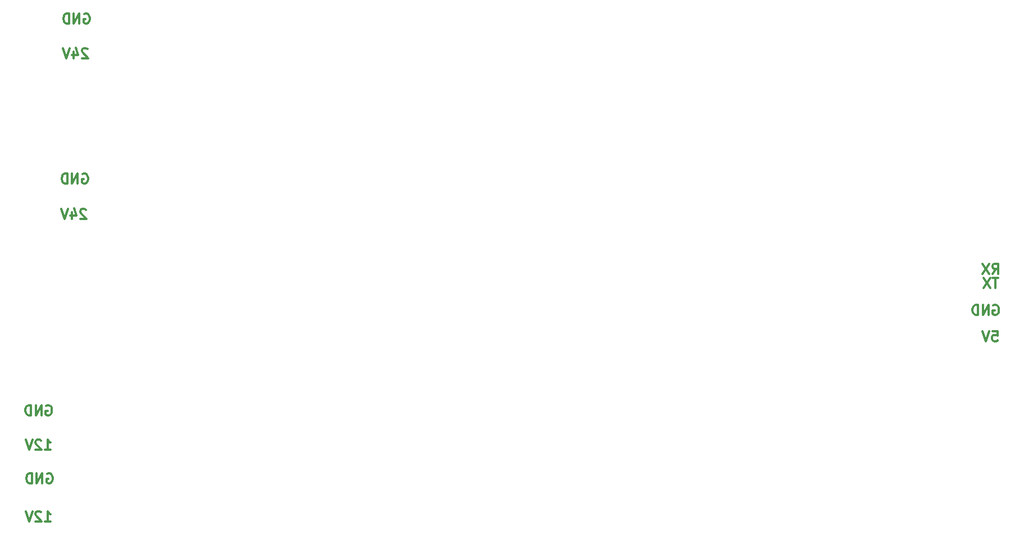
<source format=gbr>
G04 #@! TF.GenerationSoftware,KiCad,Pcbnew,(5.0.0)*
G04 #@! TF.CreationDate,2019-02-09T12:54:46-06:00*
G04 #@! TF.ProjectId,ArmPowerBoardV3,41726D506F776572426F61726456332E,rev?*
G04 #@! TF.SameCoordinates,Original*
G04 #@! TF.FileFunction,Legend,Bot*
G04 #@! TF.FilePolarity,Positive*
%FSLAX46Y46*%
G04 Gerber Fmt 4.6, Leading zero omitted, Abs format (unit mm)*
G04 Created by KiCad (PCBNEW (5.0.0)) date 02/09/19 12:54:46*
%MOMM*%
%LPD*%
G01*
G04 APERTURE LIST*
%ADD10C,0.300000*%
G04 APERTURE END LIST*
D10*
X30995714Y-48597428D02*
X30924285Y-48526000D01*
X30781428Y-48454571D01*
X30424285Y-48454571D01*
X30281428Y-48526000D01*
X30210000Y-48597428D01*
X30138571Y-48740285D01*
X30138571Y-48883142D01*
X30210000Y-49097428D01*
X31067142Y-49954571D01*
X30138571Y-49954571D01*
X28852857Y-48954571D02*
X28852857Y-49954571D01*
X29210000Y-48383142D02*
X29567142Y-49454571D01*
X28638571Y-49454571D01*
X28281428Y-48454571D02*
X27781428Y-49954571D01*
X27281428Y-48454571D01*
X30479857Y-43319000D02*
X30622714Y-43247571D01*
X30837000Y-43247571D01*
X31051285Y-43319000D01*
X31194142Y-43461857D01*
X31265571Y-43604714D01*
X31337000Y-43890428D01*
X31337000Y-44104714D01*
X31265571Y-44390428D01*
X31194142Y-44533285D01*
X31051285Y-44676142D01*
X30837000Y-44747571D01*
X30694142Y-44747571D01*
X30479857Y-44676142D01*
X30408428Y-44604714D01*
X30408428Y-44104714D01*
X30694142Y-44104714D01*
X29765571Y-44747571D02*
X29765571Y-43247571D01*
X28908428Y-44747571D01*
X28908428Y-43247571D01*
X28194142Y-44747571D02*
X28194142Y-43247571D01*
X27837000Y-43247571D01*
X27622714Y-43319000D01*
X27479857Y-43461857D01*
X27408428Y-43604714D01*
X27337000Y-43890428D01*
X27337000Y-44104714D01*
X27408428Y-44390428D01*
X27479857Y-44533285D01*
X27622714Y-44676142D01*
X27837000Y-44747571D01*
X28194142Y-44747571D01*
X30225857Y-67449000D02*
X30368714Y-67377571D01*
X30583000Y-67377571D01*
X30797285Y-67449000D01*
X30940142Y-67591857D01*
X31011571Y-67734714D01*
X31083000Y-68020428D01*
X31083000Y-68234714D01*
X31011571Y-68520428D01*
X30940142Y-68663285D01*
X30797285Y-68806142D01*
X30583000Y-68877571D01*
X30440142Y-68877571D01*
X30225857Y-68806142D01*
X30154428Y-68734714D01*
X30154428Y-68234714D01*
X30440142Y-68234714D01*
X29511571Y-68877571D02*
X29511571Y-67377571D01*
X28654428Y-68877571D01*
X28654428Y-67377571D01*
X27940142Y-68877571D02*
X27940142Y-67377571D01*
X27583000Y-67377571D01*
X27368714Y-67449000D01*
X27225857Y-67591857D01*
X27154428Y-67734714D01*
X27083000Y-68020428D01*
X27083000Y-68234714D01*
X27154428Y-68520428D01*
X27225857Y-68663285D01*
X27368714Y-68806142D01*
X27583000Y-68877571D01*
X27940142Y-68877571D01*
X30741714Y-72854428D02*
X30670285Y-72783000D01*
X30527428Y-72711571D01*
X30170285Y-72711571D01*
X30027428Y-72783000D01*
X29956000Y-72854428D01*
X29884571Y-72997285D01*
X29884571Y-73140142D01*
X29956000Y-73354428D01*
X30813142Y-74211571D01*
X29884571Y-74211571D01*
X28598857Y-73211571D02*
X28598857Y-74211571D01*
X28956000Y-72640142D02*
X29313142Y-73711571D01*
X28384571Y-73711571D01*
X28027428Y-72711571D02*
X27527428Y-74211571D01*
X27027428Y-72711571D01*
X24550571Y-119804571D02*
X25407714Y-119804571D01*
X24979142Y-119804571D02*
X24979142Y-118304571D01*
X25122000Y-118518857D01*
X25264857Y-118661714D01*
X25407714Y-118733142D01*
X23979142Y-118447428D02*
X23907714Y-118376000D01*
X23764857Y-118304571D01*
X23407714Y-118304571D01*
X23264857Y-118376000D01*
X23193428Y-118447428D01*
X23122000Y-118590285D01*
X23122000Y-118733142D01*
X23193428Y-118947428D01*
X24050571Y-119804571D01*
X23122000Y-119804571D01*
X22693428Y-118304571D02*
X22193428Y-119804571D01*
X21693428Y-118304571D01*
X24550571Y-109009571D02*
X25407714Y-109009571D01*
X24979142Y-109009571D02*
X24979142Y-107509571D01*
X25122000Y-107723857D01*
X25264857Y-107866714D01*
X25407714Y-107938142D01*
X23979142Y-107652428D02*
X23907714Y-107581000D01*
X23764857Y-107509571D01*
X23407714Y-107509571D01*
X23264857Y-107581000D01*
X23193428Y-107652428D01*
X23122000Y-107795285D01*
X23122000Y-107938142D01*
X23193428Y-108152428D01*
X24050571Y-109009571D01*
X23122000Y-109009571D01*
X22693428Y-107509571D02*
X22193428Y-109009571D01*
X21693428Y-107509571D01*
X24891857Y-112661000D02*
X25034714Y-112589571D01*
X25249000Y-112589571D01*
X25463285Y-112661000D01*
X25606142Y-112803857D01*
X25677571Y-112946714D01*
X25749000Y-113232428D01*
X25749000Y-113446714D01*
X25677571Y-113732428D01*
X25606142Y-113875285D01*
X25463285Y-114018142D01*
X25249000Y-114089571D01*
X25106142Y-114089571D01*
X24891857Y-114018142D01*
X24820428Y-113946714D01*
X24820428Y-113446714D01*
X25106142Y-113446714D01*
X24177571Y-114089571D02*
X24177571Y-112589571D01*
X23320428Y-114089571D01*
X23320428Y-112589571D01*
X22606142Y-114089571D02*
X22606142Y-112589571D01*
X22249000Y-112589571D01*
X22034714Y-112661000D01*
X21891857Y-112803857D01*
X21820428Y-112946714D01*
X21749000Y-113232428D01*
X21749000Y-113446714D01*
X21820428Y-113732428D01*
X21891857Y-113875285D01*
X22034714Y-114018142D01*
X22249000Y-114089571D01*
X22606142Y-114089571D01*
X24764857Y-102374000D02*
X24907714Y-102302571D01*
X25122000Y-102302571D01*
X25336285Y-102374000D01*
X25479142Y-102516857D01*
X25550571Y-102659714D01*
X25622000Y-102945428D01*
X25622000Y-103159714D01*
X25550571Y-103445428D01*
X25479142Y-103588285D01*
X25336285Y-103731142D01*
X25122000Y-103802571D01*
X24979142Y-103802571D01*
X24764857Y-103731142D01*
X24693428Y-103659714D01*
X24693428Y-103159714D01*
X24979142Y-103159714D01*
X24050571Y-103802571D02*
X24050571Y-102302571D01*
X23193428Y-103802571D01*
X23193428Y-102302571D01*
X22479142Y-103802571D02*
X22479142Y-102302571D01*
X22122000Y-102302571D01*
X21907714Y-102374000D01*
X21764857Y-102516857D01*
X21693428Y-102659714D01*
X21622000Y-102945428D01*
X21622000Y-103159714D01*
X21693428Y-103445428D01*
X21764857Y-103588285D01*
X21907714Y-103731142D01*
X22122000Y-103802571D01*
X22479142Y-103802571D01*
X167417714Y-91126571D02*
X168132000Y-91126571D01*
X168203428Y-91840857D01*
X168132000Y-91769428D01*
X167989142Y-91698000D01*
X167632000Y-91698000D01*
X167489142Y-91769428D01*
X167417714Y-91840857D01*
X167346285Y-91983714D01*
X167346285Y-92340857D01*
X167417714Y-92483714D01*
X167489142Y-92555142D01*
X167632000Y-92626571D01*
X167989142Y-92626571D01*
X168132000Y-92555142D01*
X168203428Y-92483714D01*
X166917714Y-91126571D02*
X166417714Y-92626571D01*
X165917714Y-91126571D01*
X167512857Y-87261000D02*
X167655714Y-87189571D01*
X167870000Y-87189571D01*
X168084285Y-87261000D01*
X168227142Y-87403857D01*
X168298571Y-87546714D01*
X168370000Y-87832428D01*
X168370000Y-88046714D01*
X168298571Y-88332428D01*
X168227142Y-88475285D01*
X168084285Y-88618142D01*
X167870000Y-88689571D01*
X167727142Y-88689571D01*
X167512857Y-88618142D01*
X167441428Y-88546714D01*
X167441428Y-88046714D01*
X167727142Y-88046714D01*
X166798571Y-88689571D02*
X166798571Y-87189571D01*
X165941428Y-88689571D01*
X165941428Y-87189571D01*
X165227142Y-88689571D02*
X165227142Y-87189571D01*
X164870000Y-87189571D01*
X164655714Y-87261000D01*
X164512857Y-87403857D01*
X164441428Y-87546714D01*
X164370000Y-87832428D01*
X164370000Y-88046714D01*
X164441428Y-88332428D01*
X164512857Y-88475285D01*
X164655714Y-88618142D01*
X164870000Y-88689571D01*
X165227142Y-88689571D01*
X168274857Y-83125571D02*
X167417714Y-83125571D01*
X167846285Y-84625571D02*
X167846285Y-83125571D01*
X167060571Y-83125571D02*
X166060571Y-84625571D01*
X166060571Y-83125571D02*
X167060571Y-84625571D01*
X167382000Y-82466571D02*
X167882000Y-81752285D01*
X168239142Y-82466571D02*
X168239142Y-80966571D01*
X167667714Y-80966571D01*
X167524857Y-81038000D01*
X167453428Y-81109428D01*
X167382000Y-81252285D01*
X167382000Y-81466571D01*
X167453428Y-81609428D01*
X167524857Y-81680857D01*
X167667714Y-81752285D01*
X168239142Y-81752285D01*
X166882000Y-80966571D02*
X165882000Y-82466571D01*
X165882000Y-80966571D02*
X166882000Y-82466571D01*
M02*

</source>
